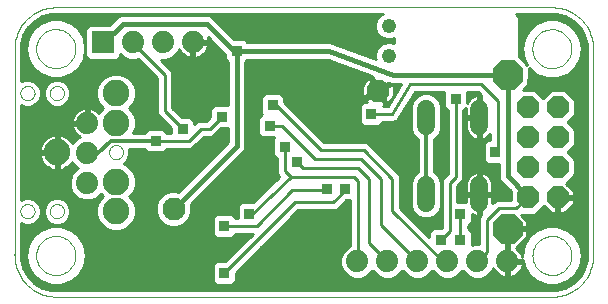
<source format=gbl>
G75*
G70*
%OFA0B0*%
%FSLAX24Y24*%
%IPPOS*%
%LPD*%
%AMOC8*
5,1,8,0,0,1.08239X$1,22.5*
%
%ADD10C,0.0000*%
%ADD11C,0.0886*%
%ADD12OC8,0.0740*%
%ADD13C,0.0768*%
%ADD14C,0.0480*%
%ADD15R,0.0740X0.0740*%
%ADD16C,0.0740*%
%ADD17C,0.0591*%
%ADD18OC8,0.1000*%
%ADD19C,0.0120*%
%ADD20R,0.0356X0.0356*%
%ADD21C,0.0100*%
%ADD22C,0.0160*%
D10*
X002657Y001292D02*
X002660Y001292D01*
X019195Y001292D01*
X019198Y001292D01*
X018548Y002667D02*
X018550Y002717D01*
X018556Y002767D01*
X018566Y002817D01*
X018579Y002865D01*
X018596Y002913D01*
X018617Y002959D01*
X018641Y003003D01*
X018669Y003045D01*
X018700Y003085D01*
X018734Y003122D01*
X018771Y003157D01*
X018810Y003188D01*
X018851Y003217D01*
X018895Y003242D01*
X018941Y003264D01*
X018988Y003282D01*
X019036Y003296D01*
X019085Y003307D01*
X019135Y003314D01*
X019185Y003317D01*
X019236Y003316D01*
X019286Y003311D01*
X019336Y003302D01*
X019384Y003290D01*
X019432Y003273D01*
X019478Y003253D01*
X019523Y003230D01*
X019566Y003203D01*
X019606Y003173D01*
X019644Y003140D01*
X019679Y003104D01*
X019712Y003065D01*
X019741Y003024D01*
X019767Y002981D01*
X019790Y002936D01*
X019809Y002889D01*
X019824Y002841D01*
X019836Y002792D01*
X019844Y002742D01*
X019848Y002692D01*
X019848Y002642D01*
X019844Y002592D01*
X019836Y002542D01*
X019824Y002493D01*
X019809Y002445D01*
X019790Y002398D01*
X019767Y002353D01*
X019741Y002310D01*
X019712Y002269D01*
X019679Y002230D01*
X019644Y002194D01*
X019606Y002161D01*
X019566Y002131D01*
X019523Y002104D01*
X019478Y002081D01*
X019432Y002061D01*
X019384Y002044D01*
X019336Y002032D01*
X019286Y002023D01*
X019236Y002018D01*
X019185Y002017D01*
X019135Y002020D01*
X019085Y002027D01*
X019036Y002038D01*
X018988Y002052D01*
X018941Y002070D01*
X018895Y002092D01*
X018851Y002117D01*
X018810Y002146D01*
X018771Y002177D01*
X018734Y002212D01*
X018700Y002249D01*
X018669Y002289D01*
X018641Y002331D01*
X018617Y002375D01*
X018596Y002421D01*
X018579Y002469D01*
X018566Y002517D01*
X018556Y002567D01*
X018550Y002617D01*
X018548Y002667D01*
X019195Y001292D02*
X019267Y001294D01*
X019339Y001300D01*
X019411Y001309D01*
X019482Y001322D01*
X019552Y001339D01*
X019621Y001359D01*
X019689Y001384D01*
X019755Y001411D01*
X019821Y001442D01*
X019884Y001477D01*
X019946Y001514D01*
X020005Y001555D01*
X020062Y001599D01*
X020117Y001646D01*
X020169Y001696D01*
X020219Y001748D01*
X020266Y001803D01*
X020310Y001860D01*
X020351Y001919D01*
X020388Y001981D01*
X020423Y002044D01*
X020454Y002110D01*
X020481Y002176D01*
X020506Y002244D01*
X020526Y002313D01*
X020543Y002383D01*
X020556Y002454D01*
X020565Y002526D01*
X020571Y002598D01*
X020573Y002670D01*
X020573Y009560D01*
X018545Y009560D02*
X018547Y009610D01*
X018553Y009660D01*
X018563Y009710D01*
X018576Y009758D01*
X018593Y009806D01*
X018614Y009852D01*
X018638Y009896D01*
X018666Y009938D01*
X018697Y009978D01*
X018731Y010015D01*
X018768Y010050D01*
X018807Y010081D01*
X018848Y010110D01*
X018892Y010135D01*
X018938Y010157D01*
X018985Y010175D01*
X019033Y010189D01*
X019082Y010200D01*
X019132Y010207D01*
X019182Y010210D01*
X019233Y010209D01*
X019283Y010204D01*
X019333Y010195D01*
X019381Y010183D01*
X019429Y010166D01*
X019475Y010146D01*
X019520Y010123D01*
X019563Y010096D01*
X019603Y010066D01*
X019641Y010033D01*
X019676Y009997D01*
X019709Y009958D01*
X019738Y009917D01*
X019764Y009874D01*
X019787Y009829D01*
X019806Y009782D01*
X019821Y009734D01*
X019833Y009685D01*
X019841Y009635D01*
X019845Y009585D01*
X019845Y009535D01*
X019841Y009485D01*
X019833Y009435D01*
X019821Y009386D01*
X019806Y009338D01*
X019787Y009291D01*
X019764Y009246D01*
X019738Y009203D01*
X019709Y009162D01*
X019676Y009123D01*
X019641Y009087D01*
X019603Y009054D01*
X019563Y009024D01*
X019520Y008997D01*
X019475Y008974D01*
X019429Y008954D01*
X019381Y008937D01*
X019333Y008925D01*
X019283Y008916D01*
X019233Y008911D01*
X019182Y008910D01*
X019132Y008913D01*
X019082Y008920D01*
X019033Y008931D01*
X018985Y008945D01*
X018938Y008963D01*
X018892Y008985D01*
X018848Y009010D01*
X018807Y009039D01*
X018768Y009070D01*
X018731Y009105D01*
X018697Y009142D01*
X018666Y009182D01*
X018638Y009224D01*
X018614Y009268D01*
X018593Y009314D01*
X018576Y009362D01*
X018563Y009410D01*
X018553Y009460D01*
X018547Y009510D01*
X018545Y009560D01*
X019195Y010938D02*
X019267Y010936D01*
X019339Y010930D01*
X019411Y010921D01*
X019482Y010908D01*
X019552Y010891D01*
X019621Y010871D01*
X019689Y010846D01*
X019755Y010819D01*
X019821Y010788D01*
X019884Y010753D01*
X019946Y010716D01*
X020005Y010675D01*
X020062Y010631D01*
X020117Y010584D01*
X020169Y010534D01*
X020219Y010482D01*
X020266Y010427D01*
X020310Y010370D01*
X020351Y010311D01*
X020388Y010249D01*
X020423Y010186D01*
X020454Y010120D01*
X020481Y010054D01*
X020506Y009986D01*
X020526Y009917D01*
X020543Y009847D01*
X020556Y009776D01*
X020565Y009704D01*
X020571Y009632D01*
X020573Y009560D01*
X019195Y010938D02*
X002660Y010938D01*
X002007Y009563D02*
X002009Y009613D01*
X002015Y009663D01*
X002025Y009713D01*
X002038Y009761D01*
X002055Y009809D01*
X002076Y009855D01*
X002100Y009899D01*
X002128Y009941D01*
X002159Y009981D01*
X002193Y010018D01*
X002230Y010053D01*
X002269Y010084D01*
X002310Y010113D01*
X002354Y010138D01*
X002400Y010160D01*
X002447Y010178D01*
X002495Y010192D01*
X002544Y010203D01*
X002594Y010210D01*
X002644Y010213D01*
X002695Y010212D01*
X002745Y010207D01*
X002795Y010198D01*
X002843Y010186D01*
X002891Y010169D01*
X002937Y010149D01*
X002982Y010126D01*
X003025Y010099D01*
X003065Y010069D01*
X003103Y010036D01*
X003138Y010000D01*
X003171Y009961D01*
X003200Y009920D01*
X003226Y009877D01*
X003249Y009832D01*
X003268Y009785D01*
X003283Y009737D01*
X003295Y009688D01*
X003303Y009638D01*
X003307Y009588D01*
X003307Y009538D01*
X003303Y009488D01*
X003295Y009438D01*
X003283Y009389D01*
X003268Y009341D01*
X003249Y009294D01*
X003226Y009249D01*
X003200Y009206D01*
X003171Y009165D01*
X003138Y009126D01*
X003103Y009090D01*
X003065Y009057D01*
X003025Y009027D01*
X002982Y009000D01*
X002937Y008977D01*
X002891Y008957D01*
X002843Y008940D01*
X002795Y008928D01*
X002745Y008919D01*
X002695Y008914D01*
X002644Y008913D01*
X002594Y008916D01*
X002544Y008923D01*
X002495Y008934D01*
X002447Y008948D01*
X002400Y008966D01*
X002354Y008988D01*
X002310Y009013D01*
X002269Y009042D01*
X002230Y009073D01*
X002193Y009108D01*
X002159Y009145D01*
X002128Y009185D01*
X002100Y009227D01*
X002076Y009271D01*
X002055Y009317D01*
X002038Y009365D01*
X002025Y009413D01*
X002015Y009463D01*
X002009Y009513D01*
X002007Y009563D01*
X001282Y009560D02*
X001284Y009632D01*
X001290Y009704D01*
X001299Y009776D01*
X001312Y009847D01*
X001329Y009917D01*
X001349Y009986D01*
X001374Y010054D01*
X001401Y010120D01*
X001432Y010186D01*
X001467Y010249D01*
X001504Y010311D01*
X001545Y010370D01*
X001589Y010427D01*
X001636Y010482D01*
X001686Y010534D01*
X001738Y010584D01*
X001793Y010631D01*
X001850Y010675D01*
X001909Y010716D01*
X001971Y010753D01*
X002034Y010788D01*
X002100Y010819D01*
X002166Y010846D01*
X002234Y010871D01*
X002303Y010891D01*
X002373Y010908D01*
X002444Y010921D01*
X002516Y010930D01*
X002588Y010936D01*
X002660Y010938D01*
X001282Y009563D02*
X001282Y009560D01*
X001282Y002710D01*
X001282Y002667D01*
X002007Y002667D02*
X002009Y002717D01*
X002015Y002767D01*
X002025Y002817D01*
X002038Y002865D01*
X002055Y002913D01*
X002076Y002959D01*
X002100Y003003D01*
X002128Y003045D01*
X002159Y003085D01*
X002193Y003122D01*
X002230Y003157D01*
X002269Y003188D01*
X002310Y003217D01*
X002354Y003242D01*
X002400Y003264D01*
X002447Y003282D01*
X002495Y003296D01*
X002544Y003307D01*
X002594Y003314D01*
X002644Y003317D01*
X002695Y003316D01*
X002745Y003311D01*
X002795Y003302D01*
X002843Y003290D01*
X002891Y003273D01*
X002937Y003253D01*
X002982Y003230D01*
X003025Y003203D01*
X003065Y003173D01*
X003103Y003140D01*
X003138Y003104D01*
X003171Y003065D01*
X003200Y003024D01*
X003226Y002981D01*
X003249Y002936D01*
X003268Y002889D01*
X003283Y002841D01*
X003295Y002792D01*
X003303Y002742D01*
X003307Y002692D01*
X003307Y002642D01*
X003303Y002592D01*
X003295Y002542D01*
X003283Y002493D01*
X003268Y002445D01*
X003249Y002398D01*
X003226Y002353D01*
X003200Y002310D01*
X003171Y002269D01*
X003138Y002230D01*
X003103Y002194D01*
X003065Y002161D01*
X003025Y002131D01*
X002982Y002104D01*
X002937Y002081D01*
X002891Y002061D01*
X002843Y002044D01*
X002795Y002032D01*
X002745Y002023D01*
X002695Y002018D01*
X002644Y002017D01*
X002594Y002020D01*
X002544Y002027D01*
X002495Y002038D01*
X002447Y002052D01*
X002400Y002070D01*
X002354Y002092D01*
X002310Y002117D01*
X002269Y002146D01*
X002230Y002177D01*
X002193Y002212D01*
X002159Y002249D01*
X002128Y002289D01*
X002100Y002331D01*
X002076Y002375D01*
X002055Y002421D01*
X002038Y002469D01*
X002025Y002517D01*
X002015Y002567D01*
X002009Y002617D01*
X002007Y002667D01*
X001281Y002710D02*
X001282Y002637D01*
X001287Y002563D01*
X001295Y002491D01*
X001308Y002419D01*
X001324Y002347D01*
X001343Y002277D01*
X001367Y002207D01*
X001394Y002139D01*
X001425Y002073D01*
X001459Y002008D01*
X001496Y001945D01*
X001537Y001884D01*
X001580Y001826D01*
X001627Y001769D01*
X001677Y001715D01*
X001729Y001664D01*
X001784Y001616D01*
X001841Y001571D01*
X001901Y001528D01*
X001963Y001489D01*
X002027Y001453D01*
X002092Y001421D01*
X002160Y001392D01*
X002228Y001367D01*
X002298Y001345D01*
X002369Y001327D01*
X002441Y001312D01*
X002513Y001302D01*
X002586Y001295D01*
X002659Y001292D01*
X002463Y004143D02*
X002465Y004173D01*
X002471Y004203D01*
X002480Y004232D01*
X002493Y004259D01*
X002510Y004284D01*
X002529Y004307D01*
X002552Y004328D01*
X002577Y004345D01*
X002603Y004359D01*
X002632Y004369D01*
X002661Y004376D01*
X002691Y004379D01*
X002722Y004378D01*
X002752Y004373D01*
X002781Y004364D01*
X002808Y004352D01*
X002834Y004337D01*
X002858Y004318D01*
X002879Y004296D01*
X002897Y004272D01*
X002912Y004245D01*
X002923Y004217D01*
X002931Y004188D01*
X002935Y004158D01*
X002935Y004128D01*
X002931Y004098D01*
X002923Y004069D01*
X002912Y004041D01*
X002897Y004014D01*
X002879Y003990D01*
X002858Y003968D01*
X002834Y003949D01*
X002808Y003934D01*
X002781Y003922D01*
X002752Y003913D01*
X002722Y003908D01*
X002691Y003907D01*
X002661Y003910D01*
X002632Y003917D01*
X002603Y003927D01*
X002577Y003941D01*
X002552Y003958D01*
X002529Y003979D01*
X002510Y004002D01*
X002493Y004027D01*
X002480Y004054D01*
X002471Y004083D01*
X002465Y004113D01*
X002463Y004143D01*
X001479Y004143D02*
X001481Y004173D01*
X001487Y004203D01*
X001496Y004232D01*
X001509Y004259D01*
X001526Y004284D01*
X001545Y004307D01*
X001568Y004328D01*
X001593Y004345D01*
X001619Y004359D01*
X001648Y004369D01*
X001677Y004376D01*
X001707Y004379D01*
X001738Y004378D01*
X001768Y004373D01*
X001797Y004364D01*
X001824Y004352D01*
X001850Y004337D01*
X001874Y004318D01*
X001895Y004296D01*
X001913Y004272D01*
X001928Y004245D01*
X001939Y004217D01*
X001947Y004188D01*
X001951Y004158D01*
X001951Y004128D01*
X001947Y004098D01*
X001939Y004069D01*
X001928Y004041D01*
X001913Y004014D01*
X001895Y003990D01*
X001874Y003968D01*
X001850Y003949D01*
X001824Y003934D01*
X001797Y003922D01*
X001768Y003913D01*
X001738Y003908D01*
X001707Y003907D01*
X001677Y003910D01*
X001648Y003917D01*
X001619Y003927D01*
X001593Y003941D01*
X001568Y003958D01*
X001545Y003979D01*
X001526Y004002D01*
X001509Y004027D01*
X001496Y004054D01*
X001487Y004083D01*
X001481Y004113D01*
X001479Y004143D01*
X004432Y006111D02*
X004434Y006141D01*
X004440Y006171D01*
X004449Y006200D01*
X004462Y006227D01*
X004479Y006252D01*
X004498Y006275D01*
X004521Y006296D01*
X004546Y006313D01*
X004572Y006327D01*
X004601Y006337D01*
X004630Y006344D01*
X004660Y006347D01*
X004691Y006346D01*
X004721Y006341D01*
X004750Y006332D01*
X004777Y006320D01*
X004803Y006305D01*
X004827Y006286D01*
X004848Y006264D01*
X004866Y006240D01*
X004881Y006213D01*
X004892Y006185D01*
X004900Y006156D01*
X004904Y006126D01*
X004904Y006096D01*
X004900Y006066D01*
X004892Y006037D01*
X004881Y006009D01*
X004866Y005982D01*
X004848Y005958D01*
X004827Y005936D01*
X004803Y005917D01*
X004777Y005902D01*
X004750Y005890D01*
X004721Y005881D01*
X004691Y005876D01*
X004660Y005875D01*
X004630Y005878D01*
X004601Y005885D01*
X004572Y005895D01*
X004546Y005909D01*
X004521Y005926D01*
X004498Y005947D01*
X004479Y005970D01*
X004462Y005995D01*
X004449Y006022D01*
X004440Y006051D01*
X004434Y006081D01*
X004432Y006111D01*
X002463Y008080D02*
X002465Y008110D01*
X002471Y008140D01*
X002480Y008169D01*
X002493Y008196D01*
X002510Y008221D01*
X002529Y008244D01*
X002552Y008265D01*
X002577Y008282D01*
X002603Y008296D01*
X002632Y008306D01*
X002661Y008313D01*
X002691Y008316D01*
X002722Y008315D01*
X002752Y008310D01*
X002781Y008301D01*
X002808Y008289D01*
X002834Y008274D01*
X002858Y008255D01*
X002879Y008233D01*
X002897Y008209D01*
X002912Y008182D01*
X002923Y008154D01*
X002931Y008125D01*
X002935Y008095D01*
X002935Y008065D01*
X002931Y008035D01*
X002923Y008006D01*
X002912Y007978D01*
X002897Y007951D01*
X002879Y007927D01*
X002858Y007905D01*
X002834Y007886D01*
X002808Y007871D01*
X002781Y007859D01*
X002752Y007850D01*
X002722Y007845D01*
X002691Y007844D01*
X002661Y007847D01*
X002632Y007854D01*
X002603Y007864D01*
X002577Y007878D01*
X002552Y007895D01*
X002529Y007916D01*
X002510Y007939D01*
X002493Y007964D01*
X002480Y007991D01*
X002471Y008020D01*
X002465Y008050D01*
X002463Y008080D01*
X001479Y008080D02*
X001481Y008110D01*
X001487Y008140D01*
X001496Y008169D01*
X001509Y008196D01*
X001526Y008221D01*
X001545Y008244D01*
X001568Y008265D01*
X001593Y008282D01*
X001619Y008296D01*
X001648Y008306D01*
X001677Y008313D01*
X001707Y008316D01*
X001738Y008315D01*
X001768Y008310D01*
X001797Y008301D01*
X001824Y008289D01*
X001850Y008274D01*
X001874Y008255D01*
X001895Y008233D01*
X001913Y008209D01*
X001928Y008182D01*
X001939Y008154D01*
X001947Y008125D01*
X001951Y008095D01*
X001951Y008065D01*
X001947Y008035D01*
X001939Y008006D01*
X001928Y007978D01*
X001913Y007951D01*
X001895Y007927D01*
X001874Y007905D01*
X001850Y007886D01*
X001824Y007871D01*
X001797Y007859D01*
X001768Y007850D01*
X001738Y007845D01*
X001707Y007844D01*
X001677Y007847D01*
X001648Y007854D01*
X001619Y007864D01*
X001593Y007878D01*
X001568Y007895D01*
X001545Y007916D01*
X001526Y007939D01*
X001509Y007964D01*
X001496Y007991D01*
X001487Y008020D01*
X001481Y008050D01*
X001479Y008080D01*
D11*
X004668Y008080D03*
X004668Y007095D03*
X002699Y006111D03*
X004668Y005127D03*
X004668Y004143D03*
D12*
X018396Y004608D03*
X019396Y004608D03*
X019396Y005608D03*
X018396Y005608D03*
X018396Y006608D03*
X019396Y006608D03*
X019396Y007608D03*
X018396Y007608D03*
D13*
X013401Y008158D03*
X006582Y004221D03*
D14*
X013760Y009321D03*
X013760Y010321D03*
D15*
X004226Y009771D03*
D16*
X005226Y009771D03*
X006226Y009771D03*
X007226Y009771D03*
X003702Y007082D03*
X003702Y006082D03*
X003702Y005082D03*
X012713Y002468D03*
X013713Y002468D03*
X014713Y002468D03*
X015713Y002468D03*
X016713Y002468D03*
X017713Y002468D03*
D17*
X016768Y004417D02*
X016768Y005008D01*
X014996Y005008D02*
X014996Y004417D01*
X014996Y006976D02*
X014996Y007567D01*
X016768Y007567D02*
X016768Y006976D01*
D18*
X017719Y008674D03*
X017719Y003556D03*
D19*
X016782Y004698D02*
X016768Y004713D01*
X014996Y004713D02*
X014996Y007272D01*
X005982Y006492D02*
X004482Y006492D01*
X004072Y006082D01*
X003702Y006082D01*
D20*
X005982Y006492D03*
X006882Y006892D03*
X007732Y006492D03*
X008182Y007292D03*
X009782Y006992D03*
X010282Y006292D03*
X010682Y005792D03*
X011682Y004892D03*
X012282Y004892D03*
X013819Y005998D03*
X013477Y006795D03*
X013175Y007386D03*
X012132Y007642D03*
X010682Y007692D03*
X009882Y007692D03*
X008685Y009489D03*
X010682Y010342D03*
X013282Y009787D03*
X015982Y007892D03*
X015582Y006542D03*
X016766Y006127D03*
X017304Y006116D03*
X015382Y005592D03*
X017652Y004650D03*
X018538Y003863D03*
X016668Y003174D03*
X016136Y003194D03*
X015488Y003192D03*
X016144Y004048D03*
X012305Y003162D03*
X009636Y002821D03*
X008270Y002080D03*
X008270Y003654D03*
X009109Y004048D03*
X009107Y004589D03*
X007782Y004442D03*
X003469Y004105D03*
X002182Y004592D03*
X002182Y007592D03*
X018538Y008391D03*
D21*
X002209Y001599D02*
X001943Y001758D01*
X001727Y001980D01*
X001576Y002251D01*
X001500Y002551D01*
X001492Y002706D01*
X001492Y002708D01*
X001493Y002794D01*
X001492Y002795D01*
X001492Y003752D01*
X001626Y003696D01*
X001804Y003696D01*
X001968Y003764D01*
X002093Y003890D01*
X002161Y004054D01*
X002161Y004231D01*
X002093Y004395D01*
X001968Y004521D01*
X001804Y004589D01*
X001626Y004589D01*
X001492Y004533D01*
X001492Y007689D01*
X001626Y007633D01*
X001804Y007633D01*
X001968Y007701D01*
X002093Y007827D01*
X002161Y007991D01*
X002161Y008168D01*
X002093Y008332D01*
X001968Y008458D01*
X001804Y008526D01*
X001626Y008526D01*
X001492Y008470D01*
X001492Y009560D01*
X001502Y009712D01*
X001581Y010007D01*
X001733Y010271D01*
X001949Y010487D01*
X002213Y010639D01*
X002507Y010718D01*
X002660Y010728D01*
X013567Y010728D01*
X013505Y010702D01*
X013379Y010576D01*
X013310Y010410D01*
X013310Y010231D01*
X013379Y010066D01*
X013505Y009939D01*
X013671Y009871D01*
X013850Y009871D01*
X013925Y009902D01*
X013925Y009740D01*
X013850Y009771D01*
X013671Y009771D01*
X013505Y009702D01*
X013379Y009576D01*
X013310Y009410D01*
X013310Y009231D01*
X013322Y009202D01*
X011878Y009758D01*
X011828Y009779D01*
X011824Y009779D01*
X011820Y009780D01*
X011766Y009779D01*
X009048Y009779D01*
X008950Y009877D01*
X008607Y009877D01*
X007930Y010554D01*
X007929Y010556D01*
X007848Y010638D01*
X007741Y010682D01*
X004942Y010682D01*
X004942Y010682D01*
X004885Y010682D01*
X004827Y010682D01*
X004826Y010682D01*
X004774Y010660D01*
X004721Y010638D01*
X004720Y010638D01*
X004680Y010597D01*
X004639Y010556D01*
X004435Y010351D01*
X003769Y010351D01*
X003646Y010228D01*
X003646Y009593D01*
X003592Y009903D01*
X003592Y009903D01*
X003419Y010203D01*
X003154Y010425D01*
X002829Y010543D01*
X002484Y010543D01*
X002159Y010425D01*
X002159Y010425D01*
X001894Y010203D01*
X001721Y009903D01*
X001661Y009563D01*
X001721Y009223D01*
X001721Y009223D01*
X001894Y008923D01*
X002159Y008701D01*
X002484Y008583D01*
X002829Y008583D01*
X003154Y008701D01*
X003154Y008701D01*
X003419Y008923D01*
X003419Y008923D01*
X003419Y008923D01*
X003592Y009223D01*
X003646Y009534D01*
X003646Y009314D01*
X003769Y009191D01*
X004683Y009191D01*
X004806Y009314D01*
X004806Y009371D01*
X004898Y009280D01*
X005111Y009191D01*
X005342Y009191D01*
X005393Y009213D01*
X006022Y008584D01*
X006022Y007440D01*
X006061Y007345D01*
X006494Y006913D01*
X006494Y006752D01*
X006370Y006752D01*
X006370Y006757D01*
X006247Y006880D01*
X005717Y006880D01*
X005599Y006762D01*
X005236Y006762D01*
X005320Y006965D01*
X005320Y007225D01*
X005221Y007465D01*
X005099Y007587D01*
X005221Y007710D01*
X005320Y007950D01*
X005320Y008209D01*
X005221Y008449D01*
X005037Y008633D01*
X004797Y008733D01*
X004538Y008733D01*
X004298Y008633D01*
X004114Y008449D01*
X004015Y008209D01*
X004015Y007950D01*
X004114Y007710D01*
X004236Y007587D01*
X004114Y007465D01*
X004096Y007423D01*
X004040Y007479D01*
X003974Y007527D01*
X003901Y007564D01*
X003823Y007589D01*
X003752Y007601D01*
X003752Y007132D01*
X003652Y007132D01*
X003652Y007601D01*
X003580Y007589D01*
X003502Y007564D01*
X003429Y007527D01*
X003363Y007479D01*
X003305Y007421D01*
X003257Y007355D01*
X003220Y007282D01*
X003195Y007204D01*
X003183Y007132D01*
X003652Y007132D01*
X003652Y007032D01*
X003183Y007032D01*
X003195Y006960D01*
X003220Y006883D01*
X003257Y006810D01*
X003305Y006743D01*
X003363Y006686D01*
X003429Y006637D01*
X003473Y006615D01*
X003373Y006574D01*
X003211Y006412D01*
X003206Y006422D01*
X003151Y006497D01*
X003085Y006563D01*
X003010Y006618D01*
X002927Y006661D01*
X002838Y006689D01*
X002749Y006703D01*
X002749Y006161D01*
X002649Y006161D01*
X002649Y006061D01*
X002749Y006061D01*
X002749Y005519D01*
X002838Y005533D01*
X002927Y005562D01*
X003010Y005604D01*
X003085Y005659D01*
X003151Y005725D01*
X003239Y005725D01*
X003210Y005754D02*
X003373Y005590D01*
X003393Y005582D01*
X003373Y005574D01*
X003210Y005411D01*
X003122Y005198D01*
X003122Y004967D01*
X003210Y004754D01*
X003373Y004590D01*
X003586Y004502D01*
X003817Y004502D01*
X004030Y004590D01*
X004155Y004716D01*
X004236Y004635D01*
X004114Y004512D01*
X004015Y004272D01*
X004015Y004013D01*
X004114Y003773D01*
X004298Y003589D01*
X004538Y003490D01*
X004797Y003490D01*
X005037Y003589D01*
X005221Y003773D01*
X005320Y004013D01*
X005320Y004272D01*
X005221Y004512D01*
X005099Y004635D01*
X005221Y004757D01*
X005320Y004997D01*
X005320Y005257D01*
X005221Y005497D01*
X005037Y005680D01*
X004916Y005731D01*
X004920Y005733D01*
X005046Y005858D01*
X005114Y006022D01*
X005114Y006200D01*
X005105Y006222D01*
X005599Y006222D01*
X005717Y006104D01*
X006247Y006104D01*
X006370Y006227D01*
X006370Y006232D01*
X007133Y006232D01*
X007229Y006272D01*
X007302Y006345D01*
X007589Y006632D01*
X007833Y006632D01*
X007929Y006672D01*
X008002Y006745D01*
X008161Y006904D01*
X008395Y006904D01*
X008395Y006444D01*
X006746Y004795D01*
X006700Y004814D01*
X006463Y004814D01*
X006245Y004724D01*
X006078Y004557D01*
X005988Y004339D01*
X005988Y004102D01*
X006078Y003884D01*
X006245Y003717D01*
X006463Y003627D01*
X006700Y003627D01*
X006918Y003717D01*
X007085Y003884D01*
X007175Y004102D01*
X007175Y004339D01*
X007156Y004385D01*
X008931Y006160D01*
X008975Y006266D01*
X008975Y009126D01*
X009048Y009199D01*
X011716Y009199D01*
X013184Y008634D01*
X013419Y008226D01*
X013748Y008416D01*
X013777Y008405D01*
X013827Y008384D01*
X013831Y008384D01*
X013834Y008383D01*
X013888Y008384D01*
X014170Y008384D01*
X013725Y007646D01*
X013564Y007646D01*
X013564Y007649D01*
X013606Y007663D01*
X013623Y007672D01*
X013382Y008089D01*
X012965Y007848D01*
X012993Y007810D01*
X013029Y007774D01*
X012910Y007774D01*
X012787Y007651D01*
X012787Y007121D01*
X012910Y006998D01*
X013441Y006998D01*
X013564Y007121D01*
X013564Y007126D01*
X013852Y007126D01*
X013884Y007121D01*
X013903Y007126D01*
X013923Y007126D01*
X013953Y007138D01*
X013984Y007146D01*
X014000Y007158D01*
X014019Y007165D01*
X014042Y007188D01*
X014067Y007207D01*
X014078Y007224D01*
X014092Y007239D01*
X014104Y007268D01*
X014617Y008119D01*
X015594Y008119D01*
X015594Y007627D01*
X015717Y007504D01*
X015722Y007504D01*
X015722Y005400D01*
X015561Y005239D01*
X015522Y005144D01*
X015522Y003596D01*
X015506Y003580D01*
X015223Y003580D01*
X015100Y003457D01*
X015100Y003294D01*
X014140Y004254D01*
X014140Y005281D01*
X014101Y005376D01*
X014027Y005450D01*
X013064Y006413D01*
X012969Y006452D01*
X011589Y006452D01*
X010270Y007772D01*
X010270Y007957D01*
X010147Y008080D01*
X009617Y008080D01*
X009494Y007957D01*
X009494Y007427D01*
X009540Y007380D01*
X009517Y007380D01*
X009394Y007257D01*
X009394Y006727D01*
X009517Y006604D01*
X009940Y006604D01*
X009894Y006557D01*
X009894Y006027D01*
X010017Y005904D01*
X010022Y005904D01*
X010022Y005440D01*
X010061Y005345D01*
X010110Y005296D01*
X009216Y004436D01*
X008844Y004436D01*
X008721Y004313D01*
X008721Y003914D01*
X008658Y003914D01*
X008658Y003919D01*
X008535Y004043D01*
X008005Y004043D01*
X007882Y003919D01*
X007882Y003389D01*
X008005Y003266D01*
X008535Y003266D01*
X008658Y003389D01*
X008658Y003394D01*
X009217Y003394D01*
X008290Y002468D01*
X008005Y002468D01*
X007882Y002345D01*
X007882Y001814D01*
X008005Y001691D01*
X008535Y001691D01*
X008658Y001814D01*
X008658Y002100D01*
X010740Y004182D01*
X011963Y004182D01*
X012059Y004221D01*
X012132Y004295D01*
X012342Y004504D01*
X012461Y004504D01*
X012461Y002992D01*
X012385Y002960D01*
X012222Y002797D01*
X012133Y002584D01*
X012133Y002353D01*
X012222Y002140D01*
X012385Y001977D01*
X012598Y001888D01*
X012829Y001888D01*
X013042Y001977D01*
X013205Y002140D01*
X013213Y002160D01*
X013222Y002140D01*
X013385Y001977D01*
X013598Y001888D01*
X013829Y001888D01*
X014042Y001977D01*
X014205Y002140D01*
X014213Y002160D01*
X014222Y002140D01*
X014385Y001977D01*
X014598Y001888D01*
X014829Y001888D01*
X015042Y001977D01*
X015205Y002140D01*
X015213Y002160D01*
X015222Y002140D01*
X015385Y001977D01*
X015598Y001888D01*
X015829Y001888D01*
X016042Y001977D01*
X016205Y002140D01*
X016213Y002160D01*
X016222Y002140D01*
X016385Y001977D01*
X016598Y001888D01*
X016829Y001888D01*
X017042Y001977D01*
X017205Y002140D01*
X017246Y002239D01*
X017269Y002196D01*
X017317Y002129D01*
X017375Y002072D01*
X017441Y002024D01*
X017514Y001986D01*
X017592Y001961D01*
X017663Y001950D01*
X017663Y002418D01*
X017763Y002418D01*
X017763Y001950D01*
X017835Y001961D01*
X017913Y001986D01*
X017986Y002024D01*
X018052Y002072D01*
X018110Y002129D01*
X018158Y002196D01*
X018195Y002269D01*
X018221Y002346D01*
X018232Y002418D01*
X017763Y002418D01*
X017763Y002518D01*
X017663Y002518D01*
X017663Y002906D01*
X017669Y002906D01*
X017669Y003506D01*
X017769Y003506D01*
X017769Y003606D01*
X018369Y003606D01*
X018369Y003825D01*
X018166Y004028D01*
X018636Y004028D01*
X018938Y004331D01*
X019181Y004088D01*
X019346Y004088D01*
X019346Y004558D01*
X019446Y004558D01*
X019446Y004088D01*
X019611Y004088D01*
X019916Y004393D01*
X019916Y004558D01*
X019446Y004558D01*
X019446Y004658D01*
X019916Y004658D01*
X019916Y004824D01*
X019674Y005066D01*
X019976Y005368D01*
X019976Y005849D01*
X019716Y006108D01*
X019976Y006368D01*
X019976Y006849D01*
X019716Y007108D01*
X019976Y007368D01*
X019976Y007849D01*
X019636Y008188D01*
X019156Y008188D01*
X018896Y007929D01*
X018636Y008188D01*
X018237Y008188D01*
X018429Y008380D01*
X018429Y008927D01*
X018433Y008920D01*
X018698Y008698D01*
X019022Y008580D01*
X019368Y008580D01*
X019693Y008698D01*
X019957Y008920D01*
X019957Y008920D01*
X019957Y008920D01*
X020130Y009220D01*
X020190Y009560D01*
X020130Y009900D01*
X019957Y010200D01*
X019693Y010422D01*
X019693Y010422D01*
X019368Y010540D01*
X019022Y010540D01*
X018698Y010422D01*
X018698Y010422D01*
X018433Y010200D01*
X018433Y010200D01*
X018433Y010200D01*
X018260Y009900D01*
X018200Y009560D01*
X018200Y009560D01*
X018260Y009220D01*
X018260Y009220D01*
X018373Y009024D01*
X018095Y009302D01*
X018095Y010626D01*
X017993Y010728D01*
X019195Y010728D01*
X019348Y010718D01*
X019642Y010639D01*
X019906Y010487D01*
X020122Y010271D01*
X020274Y010007D01*
X020353Y009712D01*
X020363Y009560D01*
X020363Y002670D01*
X020353Y002518D01*
X020274Y002223D01*
X020122Y001959D01*
X019906Y001744D01*
X019642Y001591D01*
X019348Y001512D01*
X019195Y001502D01*
X002662Y001502D01*
X002508Y001515D01*
X002209Y001599D01*
X002249Y001588D02*
X019629Y001588D01*
X019807Y001686D02*
X002063Y001686D01*
X002159Y001805D02*
X002159Y001805D01*
X002484Y001687D01*
X002607Y001687D01*
X002829Y001687D01*
X003154Y001805D01*
X003154Y001805D01*
X003419Y002027D01*
X003419Y002027D01*
X003592Y002327D01*
X003652Y002667D01*
X003592Y003007D01*
X003592Y003007D01*
X003419Y003307D01*
X003154Y003529D01*
X002829Y003647D01*
X002484Y003647D01*
X002159Y003529D01*
X002159Y003529D01*
X001894Y003307D01*
X001894Y003307D01*
X001894Y003307D01*
X001721Y003007D01*
X001661Y002667D01*
X001721Y002327D01*
X001721Y002327D01*
X001894Y002027D01*
X002159Y001805D01*
X002215Y001785D02*
X001917Y001785D01*
X001821Y001883D02*
X002066Y001883D01*
X001949Y001982D02*
X001726Y001982D01*
X001671Y002080D02*
X001864Y002080D01*
X001894Y002027D02*
X001894Y002027D01*
X001807Y002179D02*
X001616Y002179D01*
X001569Y002277D02*
X001750Y002277D01*
X001713Y002376D02*
X001544Y002376D01*
X001519Y002474D02*
X001695Y002474D01*
X001678Y002573D02*
X001499Y002573D01*
X001494Y002671D02*
X001662Y002671D01*
X001661Y002667D02*
X001661Y002667D01*
X001680Y002770D02*
X001493Y002770D01*
X001492Y002868D02*
X001697Y002868D01*
X001714Y002967D02*
X001492Y002967D01*
X001492Y003065D02*
X001755Y003065D01*
X001721Y003007D02*
X001721Y003007D01*
X001812Y003164D02*
X001492Y003164D01*
X001492Y003262D02*
X001869Y003262D01*
X001959Y003361D02*
X001492Y003361D01*
X001492Y003459D02*
X002076Y003459D01*
X002238Y003558D02*
X001492Y003558D01*
X001492Y003656D02*
X004231Y003656D01*
X004132Y003755D02*
X002929Y003755D01*
X002952Y003764D02*
X003077Y003890D01*
X003145Y004054D01*
X003145Y004231D01*
X003077Y004395D01*
X002952Y004521D01*
X002788Y004589D01*
X002610Y004589D01*
X002446Y004521D01*
X002321Y004395D01*
X002253Y004231D01*
X002253Y004054D01*
X002321Y003890D01*
X002446Y003764D01*
X002610Y003696D01*
X002788Y003696D01*
X002952Y003764D01*
X003041Y003853D02*
X004081Y003853D01*
X004040Y003952D02*
X003103Y003952D01*
X003144Y004050D02*
X004015Y004050D01*
X004015Y004149D02*
X003145Y004149D01*
X003139Y004247D02*
X004015Y004247D01*
X004045Y004346D02*
X003098Y004346D01*
X003028Y004444D02*
X004086Y004444D01*
X004144Y004543D02*
X003915Y004543D01*
X004081Y004641D02*
X004230Y004641D01*
X003489Y004543D02*
X002899Y004543D01*
X003224Y004740D02*
X001492Y004740D01*
X001492Y004838D02*
X003175Y004838D01*
X003134Y004937D02*
X001492Y004937D01*
X001492Y005035D02*
X003122Y005035D01*
X003122Y005134D02*
X001492Y005134D01*
X001492Y005232D02*
X003136Y005232D01*
X003177Y005331D02*
X001492Y005331D01*
X001492Y005429D02*
X003228Y005429D01*
X003327Y005528D02*
X002806Y005528D01*
X002749Y005528D02*
X002649Y005528D01*
X002649Y005519D02*
X002649Y006061D01*
X002107Y006061D01*
X002121Y005972D01*
X002150Y005883D01*
X002192Y005800D01*
X002247Y005725D01*
X002313Y005659D01*
X002388Y005604D01*
X002471Y005562D01*
X002560Y005533D01*
X002649Y005519D01*
X002592Y005528D02*
X001492Y005528D01*
X001492Y005626D02*
X002358Y005626D01*
X002247Y005725D02*
X001492Y005725D01*
X001492Y005823D02*
X002180Y005823D01*
X002137Y005922D02*
X001492Y005922D01*
X001492Y006020D02*
X002113Y006020D01*
X002107Y006161D02*
X002649Y006161D01*
X002649Y006703D01*
X002560Y006689D01*
X002471Y006661D01*
X002388Y006618D01*
X002313Y006563D01*
X002247Y006497D01*
X002192Y006422D01*
X002150Y006339D01*
X002121Y006250D01*
X002107Y006161D01*
X002116Y006217D02*
X001492Y006217D01*
X001492Y006119D02*
X002649Y006119D01*
X002649Y006217D02*
X002749Y006217D01*
X002749Y006316D02*
X002649Y006316D01*
X002649Y006414D02*
X002749Y006414D01*
X002749Y006513D02*
X002649Y006513D01*
X002649Y006611D02*
X002749Y006611D01*
X002379Y006611D02*
X001492Y006611D01*
X001492Y006513D02*
X002262Y006513D01*
X002188Y006414D02*
X001492Y006414D01*
X001492Y006316D02*
X002142Y006316D01*
X002649Y006020D02*
X002749Y006020D01*
X002749Y005922D02*
X002649Y005922D01*
X002649Y005823D02*
X002749Y005823D01*
X002749Y005725D02*
X002649Y005725D01*
X002649Y005626D02*
X002749Y005626D01*
X003040Y005626D02*
X003337Y005626D01*
X003210Y005754D02*
X003196Y005787D01*
X003151Y005725D01*
X003210Y006414D02*
X003214Y006414D01*
X003136Y006513D02*
X003312Y006513D01*
X003463Y006611D02*
X003019Y006611D01*
X003339Y006710D02*
X001492Y006710D01*
X001492Y006808D02*
X003258Y006808D01*
X003212Y006907D02*
X001492Y006907D01*
X001492Y007005D02*
X003187Y007005D01*
X003194Y007202D02*
X001492Y007202D01*
X001492Y007104D02*
X003652Y007104D01*
X003652Y007202D02*
X003752Y007202D01*
X003752Y007301D02*
X003652Y007301D01*
X003652Y007399D02*
X003752Y007399D01*
X003752Y007498D02*
X003652Y007498D01*
X003652Y007596D02*
X003752Y007596D01*
X003780Y007596D02*
X004228Y007596D01*
X004147Y007498D02*
X004014Y007498D01*
X004129Y007695D02*
X002936Y007695D01*
X002952Y007701D02*
X003077Y007827D01*
X003145Y007991D01*
X003145Y008168D01*
X003077Y008332D01*
X002952Y008458D01*
X002788Y008526D01*
X002610Y008526D01*
X002446Y008458D01*
X002321Y008332D01*
X002253Y008168D01*
X002253Y007991D01*
X002321Y007827D01*
X002446Y007701D01*
X002610Y007633D01*
X002788Y007633D01*
X002952Y007701D01*
X003044Y007793D02*
X004079Y007793D01*
X004039Y007892D02*
X003104Y007892D01*
X003145Y007990D02*
X004015Y007990D01*
X004015Y008089D02*
X003145Y008089D01*
X003137Y008187D02*
X004015Y008187D01*
X004046Y008286D02*
X003097Y008286D01*
X003025Y008384D02*
X004087Y008384D01*
X004147Y008483D02*
X002892Y008483D01*
X003095Y008680D02*
X004410Y008680D01*
X004246Y008581D02*
X001492Y008581D01*
X001492Y008483D02*
X001522Y008483D01*
X001908Y008483D02*
X002506Y008483D01*
X002373Y008384D02*
X002041Y008384D01*
X002112Y008286D02*
X002301Y008286D01*
X002261Y008187D02*
X002153Y008187D01*
X002161Y008089D02*
X002253Y008089D01*
X002253Y007990D02*
X002161Y007990D01*
X002120Y007892D02*
X002294Y007892D01*
X002354Y007793D02*
X002059Y007793D01*
X001952Y007695D02*
X002462Y007695D01*
X003229Y007301D02*
X001492Y007301D01*
X001492Y007399D02*
X003289Y007399D01*
X003389Y007498D02*
X001492Y007498D01*
X001492Y007596D02*
X003623Y007596D01*
X005108Y007596D02*
X006022Y007596D01*
X006022Y007498D02*
X005189Y007498D01*
X005248Y007399D02*
X006039Y007399D01*
X006106Y007301D02*
X005289Y007301D01*
X005320Y007202D02*
X006204Y007202D01*
X006303Y007104D02*
X005320Y007104D01*
X005320Y007005D02*
X006401Y007005D01*
X006494Y006907D02*
X005296Y006907D01*
X005255Y006808D02*
X005645Y006808D01*
X005982Y006492D02*
X007082Y006492D01*
X007482Y006892D01*
X007782Y006892D01*
X008182Y007292D01*
X007794Y007301D02*
X006841Y007301D01*
X006861Y007280D02*
X006542Y007600D01*
X006542Y008744D01*
X006502Y008839D01*
X006429Y008913D01*
X006150Y009191D01*
X006342Y009191D01*
X006555Y009280D01*
X006718Y009443D01*
X006759Y009542D01*
X006782Y009499D01*
X006830Y009433D01*
X006888Y009375D01*
X006954Y009327D01*
X007027Y009289D01*
X007105Y009264D01*
X007176Y009253D01*
X007176Y009721D01*
X007276Y009721D01*
X007276Y009253D01*
X007348Y009264D01*
X007426Y009289D01*
X007499Y009327D01*
X007565Y009375D01*
X007623Y009433D01*
X007671Y009499D01*
X007708Y009572D01*
X007734Y009650D01*
X007745Y009721D01*
X007276Y009721D01*
X007276Y009821D01*
X007745Y009821D01*
X007734Y009893D01*
X007716Y009948D01*
X008297Y009367D01*
X008297Y009224D01*
X008395Y009126D01*
X008395Y007680D01*
X007917Y007680D01*
X007794Y007557D01*
X007794Y007272D01*
X007674Y007152D01*
X007430Y007152D01*
X007334Y007113D01*
X007270Y007048D01*
X007270Y007157D01*
X007147Y007280D01*
X006861Y007280D01*
X006742Y007399D02*
X007794Y007399D01*
X007794Y007498D02*
X006644Y007498D01*
X006545Y007596D02*
X007833Y007596D01*
X008395Y007695D02*
X006542Y007695D01*
X006542Y007793D02*
X008395Y007793D01*
X008395Y007892D02*
X006542Y007892D01*
X006542Y007990D02*
X008395Y007990D01*
X008395Y008089D02*
X006542Y008089D01*
X006542Y008187D02*
X008395Y008187D01*
X008395Y008286D02*
X006542Y008286D01*
X006542Y008384D02*
X008395Y008384D01*
X008395Y008483D02*
X006542Y008483D01*
X006542Y008581D02*
X008395Y008581D01*
X008395Y008680D02*
X006542Y008680D01*
X006528Y008778D02*
X008395Y008778D01*
X008395Y008877D02*
X006465Y008877D01*
X006366Y008975D02*
X008395Y008975D01*
X008395Y009074D02*
X006268Y009074D01*
X006169Y009172D02*
X008349Y009172D01*
X008297Y009271D02*
X007368Y009271D01*
X007276Y009271D02*
X007176Y009271D01*
X007084Y009271D02*
X006533Y009271D01*
X006645Y009369D02*
X006895Y009369D01*
X006804Y009468D02*
X006728Y009468D01*
X007176Y009468D02*
X007276Y009468D01*
X007276Y009566D02*
X007176Y009566D01*
X007176Y009665D02*
X007276Y009665D01*
X007276Y009763D02*
X007901Y009763D01*
X007999Y009665D02*
X007736Y009665D01*
X007706Y009566D02*
X008098Y009566D01*
X008196Y009468D02*
X007649Y009468D01*
X007558Y009369D02*
X008295Y009369D01*
X008975Y009074D02*
X012041Y009074D01*
X011786Y009172D02*
X009021Y009172D01*
X008975Y008975D02*
X012297Y008975D01*
X012552Y008877D02*
X008975Y008877D01*
X008975Y008778D02*
X012808Y008778D01*
X013064Y008680D02*
X008975Y008680D01*
X008975Y008581D02*
X013076Y008581D01*
X013092Y008593D02*
X013053Y008565D01*
X012993Y008505D01*
X012944Y008437D01*
X012906Y008362D01*
X012880Y008283D01*
X012867Y008200D01*
X012867Y008116D01*
X012880Y008033D01*
X012906Y007953D01*
X012915Y007935D01*
X013332Y008176D01*
X013092Y008593D01*
X013098Y008581D02*
X013214Y008581D01*
X013271Y008483D02*
X013155Y008483D01*
X013212Y008384D02*
X013327Y008384D01*
X013269Y008286D02*
X013384Y008286D01*
X013419Y008226D02*
X013332Y008176D01*
X013382Y008089D01*
X013469Y008139D01*
X013710Y007722D01*
X013748Y007750D01*
X013808Y007810D01*
X013857Y007878D01*
X013895Y007953D01*
X013921Y008033D01*
X013934Y008116D01*
X013934Y008200D01*
X013921Y008283D01*
X013895Y008362D01*
X013886Y008380D01*
X013469Y008139D01*
X013419Y008226D01*
X013441Y008187D02*
X013552Y008187D01*
X013523Y008286D02*
X013723Y008286D01*
X013693Y008384D02*
X013827Y008384D01*
X013920Y008286D02*
X014111Y008286D01*
X014051Y008187D02*
X013934Y008187D01*
X013930Y008089D02*
X013992Y008089D01*
X013933Y007990D02*
X013908Y007990D01*
X013873Y007892D02*
X013864Y007892D01*
X013814Y007793D02*
X013791Y007793D01*
X013754Y007695D02*
X013610Y007695D01*
X013553Y007793D02*
X013669Y007793D01*
X013612Y007892D02*
X013496Y007892D01*
X013440Y007990D02*
X013555Y007990D01*
X013498Y008089D02*
X013383Y008089D01*
X013381Y008089D02*
X013181Y008089D01*
X013211Y007990D02*
X013011Y007990D01*
X013040Y007892D02*
X010270Y007892D01*
X010270Y007793D02*
X013010Y007793D01*
X012831Y007695D02*
X010347Y007695D01*
X010445Y007596D02*
X012787Y007596D01*
X012787Y007498D02*
X010544Y007498D01*
X010642Y007399D02*
X012787Y007399D01*
X012787Y007301D02*
X010741Y007301D01*
X010839Y007202D02*
X012787Y007202D01*
X012804Y007104D02*
X010938Y007104D01*
X011036Y007005D02*
X012903Y007005D01*
X013175Y007386D02*
X013871Y007386D01*
X014471Y008379D01*
X016833Y008379D01*
X017382Y007830D01*
X017382Y006194D01*
X017304Y006116D01*
X016916Y006119D02*
X016242Y006119D01*
X016242Y006217D02*
X016916Y006217D01*
X016916Y006316D02*
X016242Y006316D01*
X016242Y006414D02*
X016949Y006414D01*
X016916Y006381D02*
X016916Y005851D01*
X017039Y005728D01*
X017429Y005728D01*
X017429Y005259D01*
X017473Y005152D01*
X017816Y004809D01*
X017816Y004505D01*
X017372Y004505D01*
X017276Y004465D01*
X017213Y004402D01*
X017213Y004664D01*
X016816Y004664D01*
X016816Y004005D01*
X016809Y003999D01*
X016770Y003903D01*
X016770Y003048D01*
X016598Y003048D01*
X016525Y003018D01*
X016525Y003459D01*
X016404Y003579D01*
X016404Y003660D01*
X016409Y003660D01*
X016532Y003783D01*
X016532Y004038D01*
X016534Y004037D01*
X016597Y004005D01*
X016663Y003983D01*
X016719Y003974D01*
X016719Y004664D01*
X016816Y004664D01*
X016816Y004761D01*
X017213Y004761D01*
X017213Y005043D01*
X017202Y005112D01*
X017180Y005179D01*
X017148Y005241D01*
X017107Y005298D01*
X017058Y005348D01*
X017001Y005389D01*
X016938Y005421D01*
X016872Y005442D01*
X016816Y005451D01*
X016816Y004761D01*
X016719Y004761D01*
X016719Y004664D01*
X016322Y004664D01*
X016322Y004436D01*
X016042Y004436D01*
X016042Y004984D01*
X016129Y005072D01*
X016202Y005145D01*
X016242Y005240D01*
X016242Y007504D01*
X016247Y007504D01*
X016322Y007580D01*
X016322Y007320D01*
X016719Y007320D01*
X016719Y007223D01*
X016816Y007223D01*
X016816Y006533D01*
X016872Y006542D01*
X016938Y006564D01*
X017001Y006596D01*
X017058Y006637D01*
X017107Y006686D01*
X017122Y006706D01*
X017122Y006504D01*
X017039Y006504D01*
X016916Y006381D01*
X017122Y006513D02*
X016242Y006513D01*
X016242Y006611D02*
X016513Y006611D01*
X016534Y006596D02*
X016597Y006564D01*
X016663Y006542D01*
X016719Y006533D01*
X016719Y007223D01*
X016322Y007223D01*
X016322Y006941D01*
X016333Y006872D01*
X016355Y006806D01*
X016387Y006743D01*
X016428Y006686D01*
X016477Y006637D01*
X016534Y006596D01*
X016411Y006710D02*
X016242Y006710D01*
X016242Y006808D02*
X016354Y006808D01*
X016328Y006907D02*
X016242Y006907D01*
X016242Y007005D02*
X016322Y007005D01*
X016322Y007104D02*
X016242Y007104D01*
X016242Y007202D02*
X016322Y007202D01*
X016242Y007301D02*
X016719Y007301D01*
X016719Y007320D02*
X016719Y008010D01*
X016663Y008001D01*
X016597Y007980D01*
X016534Y007948D01*
X016477Y007907D01*
X016428Y007857D01*
X016387Y007800D01*
X016370Y007767D01*
X016370Y008119D01*
X016725Y008119D01*
X016837Y008007D01*
X016816Y008010D01*
X016816Y007320D01*
X016719Y007320D01*
X016719Y007399D02*
X016816Y007399D01*
X016816Y007498D02*
X016719Y007498D01*
X016719Y007596D02*
X016816Y007596D01*
X016816Y007695D02*
X016719Y007695D01*
X016719Y007793D02*
X016816Y007793D01*
X016816Y007892D02*
X016719Y007892D01*
X016719Y007990D02*
X016816Y007990D01*
X016755Y008089D02*
X016370Y008089D01*
X016370Y007990D02*
X016629Y007990D01*
X016463Y007892D02*
X016370Y007892D01*
X016370Y007793D02*
X016383Y007793D01*
X015982Y007892D02*
X015982Y005292D01*
X015782Y005092D01*
X015782Y003489D01*
X015488Y003192D01*
X015100Y003361D02*
X015034Y003361D01*
X015102Y003459D02*
X014935Y003459D01*
X014837Y003558D02*
X015200Y003558D01*
X015522Y003656D02*
X014738Y003656D01*
X014640Y003755D02*
X015522Y003755D01*
X015522Y003853D02*
X014541Y003853D01*
X014443Y003952D02*
X014800Y003952D01*
X014710Y003989D02*
X014895Y003912D01*
X015096Y003912D01*
X015282Y003989D01*
X015424Y004131D01*
X015501Y004317D01*
X015501Y005108D01*
X015424Y005294D01*
X015282Y005436D01*
X015266Y005443D01*
X015266Y006541D01*
X015282Y006548D01*
X015424Y006690D01*
X015501Y006876D01*
X015501Y007668D01*
X015424Y007853D01*
X015282Y007995D01*
X015096Y008072D01*
X014895Y008072D01*
X014710Y007995D01*
X014568Y007853D01*
X014491Y007668D01*
X014491Y006876D01*
X014568Y006690D01*
X014710Y006548D01*
X014726Y006541D01*
X014726Y005443D01*
X014710Y005436D01*
X014568Y005294D01*
X014491Y005108D01*
X014491Y004317D01*
X014568Y004131D01*
X014710Y003989D01*
X014649Y004050D02*
X014344Y004050D01*
X014246Y004149D02*
X014560Y004149D01*
X014519Y004247D02*
X014147Y004247D01*
X014140Y004346D02*
X014491Y004346D01*
X014491Y004444D02*
X014140Y004444D01*
X014140Y004543D02*
X014491Y004543D01*
X014491Y004641D02*
X014140Y004641D01*
X014140Y004740D02*
X014491Y004740D01*
X014491Y004838D02*
X014140Y004838D01*
X014140Y004937D02*
X014491Y004937D01*
X014491Y005035D02*
X014140Y005035D01*
X014140Y005134D02*
X014501Y005134D01*
X014542Y005232D02*
X014140Y005232D01*
X014120Y005331D02*
X014604Y005331D01*
X014703Y005429D02*
X014048Y005429D01*
X013949Y005528D02*
X014726Y005528D01*
X014726Y005626D02*
X013851Y005626D01*
X013752Y005725D02*
X014726Y005725D01*
X014726Y005823D02*
X013654Y005823D01*
X013555Y005922D02*
X014726Y005922D01*
X014726Y006020D02*
X013457Y006020D01*
X013358Y006119D02*
X014726Y006119D01*
X014726Y006217D02*
X013260Y006217D01*
X013161Y006316D02*
X014726Y006316D01*
X014726Y006414D02*
X013061Y006414D01*
X012917Y006192D02*
X013880Y005229D01*
X013880Y004147D01*
X015558Y002468D01*
X015713Y002468D01*
X015281Y002080D02*
X015145Y002080D01*
X015047Y001982D02*
X015380Y001982D01*
X016047Y001982D02*
X016380Y001982D01*
X016281Y002080D02*
X016145Y002080D01*
X016713Y002468D02*
X017030Y002785D01*
X017030Y003851D01*
X017423Y004245D01*
X018014Y004245D01*
X018360Y004591D01*
X018378Y004591D01*
X017816Y004543D02*
X017213Y004543D01*
X017213Y004641D02*
X017816Y004641D01*
X017816Y004740D02*
X016816Y004740D01*
X016719Y004740D02*
X016042Y004740D01*
X016042Y004838D02*
X016322Y004838D01*
X016322Y004761D02*
X016719Y004761D01*
X016719Y005451D01*
X016663Y005442D01*
X016597Y005421D01*
X016534Y005389D01*
X016477Y005348D01*
X016428Y005298D01*
X016387Y005241D01*
X016355Y005179D01*
X016333Y005112D01*
X016322Y005043D01*
X016322Y004761D01*
X016322Y004641D02*
X016042Y004641D01*
X016042Y004543D02*
X016322Y004543D01*
X016322Y004444D02*
X016042Y004444D01*
X015522Y004444D02*
X015501Y004444D01*
X015501Y004346D02*
X015522Y004346D01*
X015522Y004247D02*
X015472Y004247D01*
X015432Y004149D02*
X015522Y004149D01*
X015522Y004050D02*
X015343Y004050D01*
X015192Y003952D02*
X015522Y003952D01*
X016144Y004048D02*
X016144Y003201D01*
X016136Y003194D01*
X016525Y003164D02*
X016770Y003164D01*
X016770Y003262D02*
X016525Y003262D01*
X016525Y003361D02*
X016770Y003361D01*
X016770Y003459D02*
X016524Y003459D01*
X016426Y003558D02*
X016770Y003558D01*
X016770Y003656D02*
X016404Y003656D01*
X016504Y003755D02*
X016770Y003755D01*
X016770Y003853D02*
X016532Y003853D01*
X016532Y003952D02*
X016790Y003952D01*
X016816Y004050D02*
X016719Y004050D01*
X016719Y004149D02*
X016816Y004149D01*
X016816Y004247D02*
X016719Y004247D01*
X016719Y004346D02*
X016816Y004346D01*
X016816Y004444D02*
X016719Y004444D01*
X016719Y004543D02*
X016816Y004543D01*
X016816Y004641D02*
X016719Y004641D01*
X016719Y004838D02*
X016816Y004838D01*
X016816Y004937D02*
X016719Y004937D01*
X016719Y005035D02*
X016816Y005035D01*
X016816Y005134D02*
X016719Y005134D01*
X016719Y005232D02*
X016816Y005232D01*
X016816Y005331D02*
X016719Y005331D01*
X016719Y005429D02*
X016816Y005429D01*
X016912Y005429D02*
X017429Y005429D01*
X017429Y005331D02*
X017075Y005331D01*
X017153Y005232D02*
X017440Y005232D01*
X017492Y005134D02*
X017195Y005134D01*
X017213Y005035D02*
X017590Y005035D01*
X017689Y004937D02*
X017213Y004937D01*
X017213Y004838D02*
X017787Y004838D01*
X017255Y004444D02*
X017213Y004444D01*
X016322Y004937D02*
X016042Y004937D01*
X016092Y005035D02*
X016322Y005035D01*
X016340Y005134D02*
X016191Y005134D01*
X016238Y005232D02*
X016382Y005232D01*
X016461Y005331D02*
X016242Y005331D01*
X016242Y005429D02*
X016623Y005429D01*
X016242Y005528D02*
X017429Y005528D01*
X017429Y005626D02*
X016242Y005626D01*
X016242Y005725D02*
X017429Y005725D01*
X016944Y005823D02*
X016242Y005823D01*
X016242Y005922D02*
X016916Y005922D01*
X016916Y006020D02*
X016242Y006020D01*
X015722Y006020D02*
X015266Y006020D01*
X015266Y005922D02*
X015722Y005922D01*
X015722Y005823D02*
X015266Y005823D01*
X015266Y005725D02*
X015722Y005725D01*
X015722Y005626D02*
X015266Y005626D01*
X015266Y005528D02*
X015722Y005528D01*
X015722Y005429D02*
X015289Y005429D01*
X015388Y005331D02*
X015653Y005331D01*
X015558Y005232D02*
X015450Y005232D01*
X015491Y005134D02*
X015522Y005134D01*
X015522Y005035D02*
X015501Y005035D01*
X015501Y004937D02*
X015522Y004937D01*
X015522Y004838D02*
X015501Y004838D01*
X015501Y004740D02*
X015522Y004740D01*
X015522Y004641D02*
X015501Y004641D01*
X015501Y004543D02*
X015522Y004543D01*
X013486Y005229D02*
X013486Y003695D01*
X014713Y002468D01*
X014281Y002080D02*
X014145Y002080D01*
X014047Y001982D02*
X014380Y001982D01*
X013713Y002468D02*
X013093Y003089D01*
X013093Y005229D01*
X012730Y005592D01*
X010882Y005592D01*
X010682Y005792D01*
X010282Y005492D02*
X010482Y005292D01*
X009188Y004048D01*
X009109Y004048D01*
X008721Y004050D02*
X007154Y004050D01*
X007175Y004149D02*
X008721Y004149D01*
X008721Y004247D02*
X007175Y004247D01*
X007172Y004346D02*
X008753Y004346D01*
X009225Y004444D02*
X007215Y004444D01*
X007314Y004543D02*
X009327Y004543D01*
X009429Y004641D02*
X007412Y004641D01*
X007511Y004740D02*
X009532Y004740D01*
X009634Y004838D02*
X007609Y004838D01*
X007708Y004937D02*
X009737Y004937D01*
X009839Y005035D02*
X007806Y005035D01*
X007905Y005134D02*
X009942Y005134D01*
X010044Y005232D02*
X008003Y005232D01*
X008102Y005331D02*
X010076Y005331D01*
X010026Y005429D02*
X008200Y005429D01*
X008299Y005528D02*
X010022Y005528D01*
X010022Y005626D02*
X008397Y005626D01*
X008496Y005725D02*
X010022Y005725D01*
X010022Y005823D02*
X008594Y005823D01*
X008693Y005922D02*
X009999Y005922D01*
X009901Y006020D02*
X008791Y006020D01*
X008890Y006119D02*
X009894Y006119D01*
X009894Y006217D02*
X008955Y006217D01*
X008975Y006316D02*
X009894Y006316D01*
X009894Y006414D02*
X008975Y006414D01*
X008975Y006513D02*
X009894Y006513D01*
X009510Y006611D02*
X008975Y006611D01*
X008975Y006710D02*
X009411Y006710D01*
X009394Y006808D02*
X008975Y006808D01*
X008975Y006907D02*
X009394Y006907D01*
X009394Y007005D02*
X008975Y007005D01*
X008975Y007104D02*
X009394Y007104D01*
X009394Y007202D02*
X008975Y007202D01*
X008975Y007301D02*
X009437Y007301D01*
X009522Y007399D02*
X008975Y007399D01*
X008975Y007498D02*
X009494Y007498D01*
X009494Y007596D02*
X008975Y007596D01*
X008975Y007695D02*
X009494Y007695D01*
X009494Y007793D02*
X008975Y007793D01*
X008975Y007892D02*
X009494Y007892D01*
X009527Y007990D02*
X008975Y007990D01*
X008975Y008089D02*
X012871Y008089D01*
X012867Y008187D02*
X008975Y008187D01*
X008975Y008286D02*
X012881Y008286D01*
X012917Y008384D02*
X008975Y008384D01*
X008975Y008483D02*
X012977Y008483D01*
X013326Y008187D02*
X013352Y008187D01*
X012894Y007990D02*
X010237Y007990D01*
X009982Y007692D02*
X009882Y007692D01*
X009982Y007692D02*
X011482Y006192D01*
X012917Y006192D01*
X012823Y005892D02*
X013486Y005229D01*
X012721Y005153D02*
X012721Y002476D01*
X012713Y002468D01*
X012133Y002474D02*
X009032Y002474D01*
X008934Y002376D02*
X012133Y002376D01*
X012165Y002277D02*
X008835Y002277D01*
X008737Y002179D02*
X012205Y002179D01*
X012281Y002080D02*
X008658Y002080D01*
X008658Y001982D02*
X012380Y001982D01*
X013047Y001982D02*
X013380Y001982D01*
X013281Y002080D02*
X013145Y002080D01*
X012133Y002573D02*
X009131Y002573D01*
X009229Y002671D02*
X012170Y002671D01*
X012210Y002770D02*
X009328Y002770D01*
X009426Y002868D02*
X012293Y002868D01*
X012401Y002967D02*
X009525Y002967D01*
X009623Y003065D02*
X012461Y003065D01*
X012461Y003164D02*
X009722Y003164D01*
X009820Y003262D02*
X012461Y003262D01*
X012461Y003361D02*
X009919Y003361D01*
X010017Y003459D02*
X012461Y003459D01*
X012461Y003558D02*
X010116Y003558D01*
X010214Y003656D02*
X012461Y003656D01*
X012461Y003755D02*
X010313Y003755D01*
X010411Y003853D02*
X012461Y003853D01*
X012461Y003952D02*
X010510Y003952D01*
X010608Y004050D02*
X012461Y004050D01*
X012461Y004149D02*
X010707Y004149D01*
X010632Y004442D02*
X008270Y002080D01*
X007882Y002080D02*
X003449Y002080D01*
X003506Y002179D02*
X007882Y002179D01*
X007882Y002277D02*
X003563Y002277D01*
X003592Y002327D02*
X003592Y002327D01*
X003600Y002376D02*
X007913Y002376D01*
X008297Y002474D02*
X003618Y002474D01*
X003635Y002573D02*
X008395Y002573D01*
X008494Y002671D02*
X003651Y002671D01*
X003634Y002770D02*
X008592Y002770D01*
X008691Y002868D02*
X003616Y002868D01*
X003599Y002967D02*
X008789Y002967D01*
X008888Y003065D02*
X003558Y003065D01*
X003501Y003164D02*
X008986Y003164D01*
X009085Y003262D02*
X003445Y003262D01*
X003419Y003307D02*
X003419Y003307D01*
X003354Y003361D02*
X007910Y003361D01*
X007882Y003459D02*
X003237Y003459D01*
X003154Y003529D02*
X003154Y003529D01*
X003075Y003558D02*
X004373Y003558D01*
X004962Y003558D02*
X007882Y003558D01*
X007882Y003656D02*
X006771Y003656D01*
X006956Y003755D02*
X007882Y003755D01*
X007882Y003853D02*
X007054Y003853D01*
X007113Y003952D02*
X007914Y003952D01*
X008270Y003654D02*
X009353Y003654D01*
X010534Y004835D01*
X011625Y004835D01*
X011682Y004892D01*
X011912Y004442D02*
X010632Y004442D01*
X010482Y005292D02*
X012582Y005292D01*
X012721Y005153D01*
X012282Y004892D02*
X012282Y004812D01*
X011912Y004442D01*
X012183Y004346D02*
X012461Y004346D01*
X012461Y004444D02*
X012282Y004444D01*
X012461Y004247D02*
X012085Y004247D01*
X010282Y005492D02*
X010282Y006292D01*
X010182Y006992D02*
X009782Y006992D01*
X010182Y006992D02*
X011282Y005892D01*
X012823Y005892D01*
X011529Y006513D02*
X014726Y006513D01*
X014647Y006611D02*
X011430Y006611D01*
X011332Y006710D02*
X014559Y006710D01*
X014519Y006808D02*
X011233Y006808D01*
X011135Y006907D02*
X014491Y006907D01*
X014491Y007005D02*
X013448Y007005D01*
X013546Y007104D02*
X014491Y007104D01*
X014491Y007202D02*
X014061Y007202D01*
X014124Y007301D02*
X014491Y007301D01*
X014491Y007399D02*
X014183Y007399D01*
X014243Y007498D02*
X014491Y007498D01*
X014491Y007596D02*
X014302Y007596D01*
X014362Y007695D02*
X014502Y007695D01*
X014543Y007793D02*
X014421Y007793D01*
X014480Y007892D02*
X014606Y007892D01*
X014540Y007990D02*
X014705Y007990D01*
X014599Y008089D02*
X015594Y008089D01*
X015594Y007990D02*
X015287Y007990D01*
X015386Y007892D02*
X015594Y007892D01*
X015594Y007793D02*
X015449Y007793D01*
X015490Y007695D02*
X015594Y007695D01*
X015625Y007596D02*
X015501Y007596D01*
X015501Y007498D02*
X015722Y007498D01*
X015722Y007399D02*
X015501Y007399D01*
X015501Y007301D02*
X015722Y007301D01*
X015722Y007202D02*
X015501Y007202D01*
X015501Y007104D02*
X015722Y007104D01*
X015722Y007005D02*
X015501Y007005D01*
X015501Y006907D02*
X015722Y006907D01*
X015722Y006808D02*
X015473Y006808D01*
X015432Y006710D02*
X015722Y006710D01*
X015722Y006611D02*
X015345Y006611D01*
X015266Y006513D02*
X015722Y006513D01*
X015722Y006414D02*
X015266Y006414D01*
X015266Y006316D02*
X015722Y006316D01*
X015722Y006217D02*
X015266Y006217D01*
X015266Y006119D02*
X015722Y006119D01*
X016719Y006611D02*
X016816Y006611D01*
X016816Y006710D02*
X016719Y006710D01*
X016719Y006808D02*
X016816Y006808D01*
X016816Y006907D02*
X016719Y006907D01*
X016719Y007005D02*
X016816Y007005D01*
X016816Y007104D02*
X016719Y007104D01*
X016719Y007202D02*
X016816Y007202D01*
X016322Y007399D02*
X016242Y007399D01*
X016242Y007498D02*
X016322Y007498D01*
X017022Y006611D02*
X017122Y006611D01*
X018834Y007990D02*
X018958Y007990D01*
X019056Y008089D02*
X018736Y008089D01*
X018637Y008187D02*
X019155Y008187D01*
X019019Y008581D02*
X018429Y008581D01*
X018429Y008483D02*
X020363Y008483D01*
X020363Y008581D02*
X019371Y008581D01*
X019642Y008680D02*
X020363Y008680D01*
X020363Y008778D02*
X019788Y008778D01*
X019693Y008698D02*
X019693Y008698D01*
X019906Y008877D02*
X020363Y008877D01*
X020363Y008975D02*
X019989Y008975D01*
X020046Y009074D02*
X020363Y009074D01*
X020363Y009172D02*
X020103Y009172D01*
X020130Y009220D02*
X020130Y009220D01*
X020139Y009271D02*
X020363Y009271D01*
X020363Y009369D02*
X020157Y009369D01*
X020174Y009468D02*
X020363Y009468D01*
X020363Y009566D02*
X020189Y009566D01*
X020190Y009560D02*
X020190Y009560D01*
X020172Y009665D02*
X020356Y009665D01*
X020339Y009763D02*
X020154Y009763D01*
X020137Y009862D02*
X020313Y009862D01*
X020287Y009960D02*
X020096Y009960D01*
X020130Y009900D02*
X020130Y009900D01*
X020039Y010059D02*
X020244Y010059D01*
X020187Y010157D02*
X019982Y010157D01*
X019957Y010200D02*
X019957Y010200D01*
X019890Y010256D02*
X020130Y010256D01*
X020038Y010354D02*
X019773Y010354D01*
X019607Y010453D02*
X019940Y010453D01*
X019794Y010551D02*
X018095Y010551D01*
X018095Y010453D02*
X018783Y010453D01*
X018617Y010354D02*
X018095Y010354D01*
X018095Y010256D02*
X018500Y010256D01*
X018408Y010157D02*
X018095Y010157D01*
X018095Y010059D02*
X018351Y010059D01*
X018295Y009960D02*
X018095Y009960D01*
X018095Y009862D02*
X018253Y009862D01*
X018260Y009900D02*
X018260Y009900D01*
X018236Y009763D02*
X018095Y009763D01*
X018095Y009665D02*
X018218Y009665D01*
X018201Y009566D02*
X018095Y009566D01*
X018095Y009468D02*
X018216Y009468D01*
X018234Y009369D02*
X018095Y009369D01*
X018126Y009271D02*
X018251Y009271D01*
X018225Y009172D02*
X018287Y009172D01*
X018323Y009074D02*
X018344Y009074D01*
X018433Y008920D02*
X018433Y008920D01*
X018429Y008877D02*
X018485Y008877D01*
X018429Y008778D02*
X018602Y008778D01*
X018698Y008698D02*
X018698Y008698D01*
X018748Y008680D02*
X018429Y008680D01*
X018429Y008384D02*
X020363Y008384D01*
X020363Y008286D02*
X018334Y008286D01*
X019637Y008187D02*
X020363Y008187D01*
X020363Y008089D02*
X019736Y008089D01*
X019834Y007990D02*
X020363Y007990D01*
X020363Y007892D02*
X019933Y007892D01*
X019976Y007793D02*
X020363Y007793D01*
X020363Y007695D02*
X019976Y007695D01*
X019976Y007596D02*
X020363Y007596D01*
X020363Y007498D02*
X019976Y007498D01*
X019976Y007399D02*
X020363Y007399D01*
X020363Y007301D02*
X019909Y007301D01*
X019810Y007202D02*
X020363Y007202D01*
X020363Y007104D02*
X019721Y007104D01*
X019819Y007005D02*
X020363Y007005D01*
X020363Y006907D02*
X019918Y006907D01*
X019976Y006808D02*
X020363Y006808D01*
X020363Y006710D02*
X019976Y006710D01*
X019976Y006611D02*
X020363Y006611D01*
X020363Y006513D02*
X019976Y006513D01*
X019976Y006414D02*
X020363Y006414D01*
X020363Y006316D02*
X019924Y006316D01*
X019825Y006217D02*
X020363Y006217D01*
X020363Y006119D02*
X019727Y006119D01*
X019804Y006020D02*
X020363Y006020D01*
X020363Y005922D02*
X019903Y005922D01*
X019976Y005823D02*
X020363Y005823D01*
X020363Y005725D02*
X019976Y005725D01*
X019976Y005626D02*
X020363Y005626D01*
X020363Y005528D02*
X019976Y005528D01*
X019976Y005429D02*
X020363Y005429D01*
X020363Y005331D02*
X019939Y005331D01*
X019840Y005232D02*
X020363Y005232D01*
X020363Y005134D02*
X019742Y005134D01*
X019704Y005035D02*
X020363Y005035D01*
X020363Y004937D02*
X019803Y004937D01*
X019901Y004838D02*
X020363Y004838D01*
X020363Y004740D02*
X019916Y004740D01*
X019916Y004543D02*
X020363Y004543D01*
X020363Y004641D02*
X019446Y004641D01*
X019446Y004543D02*
X019346Y004543D01*
X019346Y004444D02*
X019446Y004444D01*
X019446Y004346D02*
X019346Y004346D01*
X019346Y004247D02*
X019446Y004247D01*
X019446Y004149D02*
X019346Y004149D01*
X019120Y004149D02*
X018757Y004149D01*
X018855Y004247D02*
X019022Y004247D01*
X018658Y004050D02*
X020363Y004050D01*
X020363Y003952D02*
X018242Y003952D01*
X018341Y003853D02*
X020363Y003853D01*
X020363Y003755D02*
X018369Y003755D01*
X018369Y003656D02*
X020363Y003656D01*
X020363Y003558D02*
X019616Y003558D01*
X019696Y003529D02*
X019371Y003647D01*
X019025Y003647D01*
X018701Y003529D01*
X018701Y003529D01*
X018436Y003307D01*
X018436Y003307D01*
X018436Y003307D01*
X018263Y003007D01*
X018203Y002667D01*
X018212Y002615D01*
X018195Y002668D01*
X018158Y002741D01*
X018110Y002807D01*
X018052Y002865D01*
X017991Y002909D01*
X018369Y003287D01*
X018369Y003506D01*
X017769Y003506D01*
X017769Y002986D01*
X017763Y002987D01*
X017763Y002518D01*
X018229Y002518D01*
X018263Y002327D01*
X018263Y002327D01*
X018436Y002027D01*
X018701Y001805D01*
X019025Y001687D01*
X019371Y001687D01*
X019696Y001805D01*
X019961Y002027D01*
X019961Y002027D01*
X019961Y002027D01*
X020133Y002327D01*
X020193Y002667D01*
X020133Y003007D01*
X020133Y003007D01*
X019961Y003307D01*
X019696Y003529D01*
X019696Y003529D01*
X019779Y003459D02*
X020363Y003459D01*
X020363Y003361D02*
X019896Y003361D01*
X019961Y003307D02*
X019961Y003307D01*
X019986Y003262D02*
X020363Y003262D01*
X020363Y003164D02*
X020043Y003164D01*
X020100Y003065D02*
X020363Y003065D01*
X020363Y002967D02*
X020141Y002967D01*
X020158Y002868D02*
X020363Y002868D01*
X020363Y002770D02*
X020175Y002770D01*
X020193Y002671D02*
X020363Y002671D01*
X020357Y002573D02*
X020177Y002573D01*
X020193Y002667D02*
X020193Y002667D01*
X020159Y002474D02*
X020341Y002474D01*
X020315Y002376D02*
X020142Y002376D01*
X020133Y002327D02*
X020133Y002327D01*
X020105Y002277D02*
X020289Y002277D01*
X020248Y002179D02*
X020048Y002179D01*
X019991Y002080D02*
X020192Y002080D01*
X020135Y001982D02*
X019906Y001982D01*
X019789Y001883D02*
X020046Y001883D01*
X019947Y001785D02*
X019639Y001785D01*
X019696Y001805D02*
X019696Y001805D01*
X018757Y001785D02*
X008628Y001785D01*
X008658Y001883D02*
X018608Y001883D01*
X018701Y001805D02*
X018701Y001805D01*
X018490Y001982D02*
X017899Y001982D01*
X017763Y001982D02*
X017663Y001982D01*
X017663Y002080D02*
X017763Y002080D01*
X017763Y002179D02*
X017663Y002179D01*
X017663Y002277D02*
X017763Y002277D01*
X017763Y002376D02*
X017663Y002376D01*
X017763Y002474D02*
X018237Y002474D01*
X018225Y002376D02*
X018255Y002376D01*
X018292Y002277D02*
X018198Y002277D01*
X018146Y002179D02*
X018349Y002179D01*
X018405Y002080D02*
X018061Y002080D01*
X018436Y002027D02*
X018436Y002027D01*
X017763Y002573D02*
X017663Y002573D01*
X017663Y002671D02*
X017763Y002671D01*
X017763Y002770D02*
X017663Y002770D01*
X017663Y002868D02*
X017763Y002868D01*
X017763Y002967D02*
X017669Y002967D01*
X017669Y003065D02*
X017769Y003065D01*
X017769Y003164D02*
X017669Y003164D01*
X017669Y003262D02*
X017769Y003262D01*
X017769Y003361D02*
X017669Y003361D01*
X017669Y003459D02*
X017769Y003459D01*
X017769Y003558D02*
X018780Y003558D01*
X018618Y003459D02*
X018369Y003459D01*
X018369Y003361D02*
X018500Y003361D01*
X018410Y003262D02*
X018344Y003262D01*
X018353Y003164D02*
X018246Y003164D01*
X018297Y003065D02*
X018147Y003065D01*
X018263Y003007D02*
X018263Y003007D01*
X018256Y002967D02*
X018049Y002967D01*
X018048Y002868D02*
X018239Y002868D01*
X018221Y002770D02*
X018137Y002770D01*
X018194Y002671D02*
X018204Y002671D01*
X018203Y002667D02*
X018203Y002667D01*
X017281Y002179D02*
X017221Y002179D01*
X017145Y002080D02*
X017366Y002080D01*
X017528Y001982D02*
X017047Y001982D01*
X016770Y003065D02*
X016525Y003065D01*
X019672Y004149D02*
X020363Y004149D01*
X020363Y004247D02*
X019770Y004247D01*
X019869Y004346D02*
X020363Y004346D01*
X020363Y004444D02*
X019916Y004444D01*
X013310Y009271D02*
X013143Y009271D01*
X013310Y009369D02*
X012887Y009369D01*
X012632Y009468D02*
X013334Y009468D01*
X013375Y009566D02*
X012376Y009566D01*
X012121Y009665D02*
X013467Y009665D01*
X013652Y009763D02*
X011866Y009763D01*
X013310Y010256D02*
X008228Y010256D01*
X008130Y010354D02*
X013310Y010354D01*
X013328Y010453D02*
X008031Y010453D01*
X007933Y010551D02*
X013368Y010551D01*
X013452Y010650D02*
X007819Y010650D01*
X008327Y010157D02*
X013341Y010157D01*
X013386Y010059D02*
X008425Y010059D01*
X008524Y009960D02*
X013484Y009960D01*
X013868Y009763D02*
X013925Y009763D01*
X013925Y009862D02*
X008965Y009862D01*
X007802Y009862D02*
X007739Y009862D01*
X007276Y009369D02*
X007176Y009369D01*
X006282Y008692D02*
X006282Y007492D01*
X006882Y006892D01*
X006494Y006808D02*
X006319Y006808D01*
X007225Y007202D02*
X007724Y007202D01*
X007326Y007104D02*
X007270Y007104D01*
X007568Y006611D02*
X008395Y006611D01*
X008395Y006513D02*
X007470Y006513D01*
X007371Y006414D02*
X008365Y006414D01*
X008267Y006316D02*
X007273Y006316D01*
X007873Y005922D02*
X005072Y005922D01*
X005113Y006020D02*
X007971Y006020D01*
X008070Y006119D02*
X006261Y006119D01*
X006360Y006217D02*
X008168Y006217D01*
X007774Y005823D02*
X005011Y005823D01*
X004930Y005725D02*
X007676Y005725D01*
X007577Y005626D02*
X005092Y005626D01*
X005190Y005528D02*
X007479Y005528D01*
X007380Y005429D02*
X005249Y005429D01*
X005290Y005331D02*
X007282Y005331D01*
X007183Y005232D02*
X005320Y005232D01*
X005320Y005134D02*
X007085Y005134D01*
X006986Y005035D02*
X005320Y005035D01*
X005296Y004937D02*
X006888Y004937D01*
X006789Y004838D02*
X005255Y004838D01*
X005204Y004740D02*
X006283Y004740D01*
X006162Y004641D02*
X005105Y004641D01*
X005191Y004543D02*
X006072Y004543D01*
X006031Y004444D02*
X005249Y004444D01*
X005290Y004346D02*
X005991Y004346D01*
X005988Y004247D02*
X005320Y004247D01*
X005320Y004149D02*
X005988Y004149D01*
X006009Y004050D02*
X005320Y004050D01*
X005295Y003952D02*
X006050Y003952D01*
X006109Y003853D02*
X005254Y003853D01*
X005203Y003755D02*
X006208Y003755D01*
X006392Y003656D02*
X005105Y003656D01*
X003322Y004641D02*
X001492Y004641D01*
X001492Y004543D02*
X001515Y004543D01*
X001915Y004543D02*
X002499Y004543D01*
X002370Y004444D02*
X002044Y004444D01*
X002114Y004346D02*
X002300Y004346D01*
X002259Y004247D02*
X002154Y004247D01*
X002161Y004149D02*
X002253Y004149D01*
X002254Y004050D02*
X002160Y004050D01*
X002119Y003952D02*
X002295Y003952D01*
X002357Y003853D02*
X002056Y003853D01*
X001944Y003755D02*
X002469Y003755D01*
X003364Y001982D02*
X007882Y001982D01*
X007882Y001883D02*
X003247Y001883D01*
X003098Y001785D02*
X007912Y001785D01*
X008629Y003361D02*
X009183Y003361D01*
X008721Y003952D02*
X008626Y003952D01*
X005702Y006119D02*
X005114Y006119D01*
X005107Y006217D02*
X005604Y006217D01*
X007967Y006710D02*
X008395Y006710D01*
X008395Y006808D02*
X008065Y006808D01*
X006022Y007695D02*
X005206Y007695D01*
X005256Y007793D02*
X006022Y007793D01*
X006022Y007892D02*
X005296Y007892D01*
X005320Y007990D02*
X006022Y007990D01*
X006022Y008089D02*
X005320Y008089D01*
X005320Y008187D02*
X006022Y008187D01*
X006022Y008286D02*
X005289Y008286D01*
X005248Y008384D02*
X006022Y008384D01*
X006022Y008483D02*
X005188Y008483D01*
X005089Y008581D02*
X006022Y008581D01*
X005927Y008680D02*
X004925Y008680D01*
X005533Y009074D02*
X003506Y009074D01*
X003562Y009172D02*
X005434Y009172D01*
X005631Y008975D02*
X003449Y008975D01*
X003363Y008877D02*
X005730Y008877D01*
X005828Y008778D02*
X003246Y008778D01*
X003592Y009223D02*
X003592Y009223D01*
X003600Y009271D02*
X003690Y009271D01*
X003646Y009369D02*
X003617Y009369D01*
X003635Y009468D02*
X003646Y009468D01*
X003634Y009665D02*
X003646Y009665D01*
X003646Y009763D02*
X003616Y009763D01*
X003599Y009862D02*
X003646Y009862D01*
X003646Y009960D02*
X003559Y009960D01*
X003502Y010059D02*
X003646Y010059D01*
X003646Y010157D02*
X003445Y010157D01*
X003419Y010203D02*
X003419Y010203D01*
X003356Y010256D02*
X003674Y010256D01*
X003238Y010354D02*
X004438Y010354D01*
X004536Y010453D02*
X003078Y010453D01*
X003154Y010425D02*
X003154Y010425D01*
X002236Y010453D02*
X001915Y010453D01*
X001816Y010354D02*
X002075Y010354D01*
X001957Y010256D02*
X001724Y010256D01*
X001667Y010157D02*
X001868Y010157D01*
X001894Y010203D02*
X001894Y010203D01*
X001811Y010059D02*
X001611Y010059D01*
X001568Y009960D02*
X001754Y009960D01*
X001714Y009862D02*
X001542Y009862D01*
X001515Y009763D02*
X001697Y009763D01*
X001679Y009665D02*
X001499Y009665D01*
X001492Y009566D02*
X001662Y009566D01*
X001661Y009563D02*
X001661Y009563D01*
X001678Y009468D02*
X001492Y009468D01*
X001492Y009369D02*
X001696Y009369D01*
X001713Y009271D02*
X001492Y009271D01*
X001492Y009172D02*
X001751Y009172D01*
X001807Y009074D02*
X001492Y009074D01*
X001492Y008975D02*
X001864Y008975D01*
X001894Y008923D02*
X001894Y008923D01*
X001950Y008877D02*
X001492Y008877D01*
X001492Y008778D02*
X002067Y008778D01*
X002159Y008701D02*
X002159Y008701D01*
X002218Y008680D02*
X001492Y008680D01*
X002061Y010551D02*
X004634Y010551D01*
X004639Y010556D02*
X004639Y010556D01*
X004720Y010638D02*
X004720Y010638D01*
X004749Y010650D02*
X002253Y010650D01*
X004827Y010682D02*
X004827Y010682D01*
X005226Y009771D02*
X005226Y009747D01*
X006282Y008692D01*
X004919Y009271D02*
X004763Y009271D01*
X004806Y009369D02*
X004808Y009369D01*
X018071Y010650D02*
X019602Y010650D01*
D22*
X017719Y008674D02*
X013885Y008674D01*
X011770Y009489D01*
X008685Y009489D01*
X008685Y006324D01*
X006582Y004221D01*
X008585Y009489D02*
X007683Y010391D01*
X007683Y010392D01*
X004885Y010392D01*
X004267Y009771D01*
X004226Y009771D01*
X008585Y009489D02*
X008685Y009489D01*
X016768Y007272D02*
X016768Y004713D01*
X017719Y005317D02*
X018378Y004657D01*
X018378Y004591D01*
X018396Y004608D01*
X017719Y005317D02*
X017719Y008674D01*
M02*

</source>
